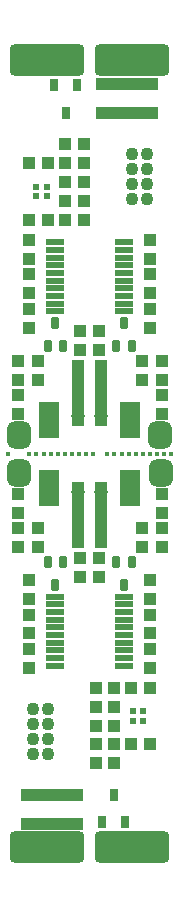
<source format=gts>
G04*
G04 #@! TF.GenerationSoftware,Altium Limited,Altium Designer,21.0.8 (223)*
G04*
G04 Layer_Color=8388736*
%FSLAX25Y25*%
%MOIN*%
G70*
G04*
G04 #@! TF.SameCoordinates,CAD52106-49C9-44A2-BFDE-3C1D9A0F27BC*
G04*
G04*
G04 #@! TF.FilePolarity,Negative*
G04*
G01*
G75*
%ADD14R,0.06102X0.02165*%
%ADD15R,0.06693X0.12205*%
%ADD16R,0.04331X0.22047*%
%ADD17R,0.03937X0.04134*%
%ADD18R,0.04134X0.03937*%
%ADD19R,0.02362X0.02362*%
%ADD20C,0.04331*%
%ADD21R,0.02756X0.04331*%
%ADD22R,0.20866X0.04331*%
G04:AMPARAMS|DCode=23|XSize=42.13mil|YSize=23.62mil|CornerRadius=4.43mil|HoleSize=0mil|Usage=FLASHONLY|Rotation=90.000|XOffset=0mil|YOffset=0mil|HoleType=Round|Shape=RoundedRectangle|*
%AMROUNDEDRECTD23*
21,1,0.04213,0.01476,0,0,90.0*
21,1,0.03327,0.02362,0,0,90.0*
1,1,0.00886,0.00738,0.01663*
1,1,0.00886,0.00738,-0.01663*
1,1,0.00886,-0.00738,-0.01663*
1,1,0.00886,-0.00738,0.01663*
%
%ADD23ROUNDEDRECTD23*%
G04:AMPARAMS|DCode=24|XSize=82.68mil|YSize=90.55mil|CornerRadius=25.59mil|HoleSize=0mil|Usage=FLASHONLY|Rotation=0.000|XOffset=0mil|YOffset=0mil|HoleType=Round|Shape=RoundedRectangle|*
%AMROUNDEDRECTD24*
21,1,0.08268,0.03937,0,0,0.0*
21,1,0.03150,0.09055,0,0,0.0*
1,1,0.05118,0.01575,-0.01968*
1,1,0.05118,-0.01575,-0.01968*
1,1,0.05118,-0.01575,0.01968*
1,1,0.05118,0.01575,0.01968*
%
%ADD24ROUNDEDRECTD24*%
G04:AMPARAMS|DCode=25|XSize=248.03mil|YSize=104.33mil|CornerRadius=14.52mil|HoleSize=0mil|Usage=FLASHONLY|Rotation=180.000|XOffset=0mil|YOffset=0mil|HoleType=Round|Shape=RoundedRectangle|*
%AMROUNDEDRECTD25*
21,1,0.24803,0.07530,0,0,180.0*
21,1,0.21900,0.10433,0,0,180.0*
1,1,0.02904,-0.10950,0.03765*
1,1,0.02904,0.10950,0.03765*
1,1,0.02904,0.10950,-0.03765*
1,1,0.02904,-0.10950,-0.03765*
%
%ADD25ROUNDEDRECTD25*%
%ADD26C,0.01575*%
%ADD27C,0.04724*%
D14*
X41043Y90256D02*
D03*
Y87697D02*
D03*
Y85138D02*
D03*
Y82579D02*
D03*
Y80020D02*
D03*
Y77461D02*
D03*
Y74902D02*
D03*
Y72342D02*
D03*
Y69784D02*
D03*
Y67224D02*
D03*
X18012D02*
D03*
Y69784D02*
D03*
Y72342D02*
D03*
Y74902D02*
D03*
Y77461D02*
D03*
Y80020D02*
D03*
Y82579D02*
D03*
Y85138D02*
D03*
Y87697D02*
D03*
Y90256D02*
D03*
X41043Y185335D02*
D03*
Y187894D02*
D03*
Y190453D02*
D03*
Y193012D02*
D03*
Y195571D02*
D03*
Y198130D02*
D03*
Y200689D02*
D03*
Y203248D02*
D03*
Y205807D02*
D03*
Y208366D02*
D03*
X18012D02*
D03*
Y205807D02*
D03*
Y203248D02*
D03*
Y200689D02*
D03*
Y198130D02*
D03*
Y195571D02*
D03*
Y193012D02*
D03*
Y190453D02*
D03*
Y187894D02*
D03*
Y185335D02*
D03*
D15*
X16142Y149213D02*
D03*
X42913D02*
D03*
X16142Y126378D02*
D03*
X42913D02*
D03*
D16*
X25628Y158113D02*
D03*
X33465Y158071D02*
D03*
X25591Y117520D02*
D03*
X33428Y117478D02*
D03*
D17*
X27559Y215748D02*
D03*
X21260D02*
D03*
Y234646D02*
D03*
X27559D02*
D03*
Y222047D02*
D03*
X21260D02*
D03*
X15748Y215748D02*
D03*
X9449D02*
D03*
X21260Y228346D02*
D03*
X27559D02*
D03*
X9449Y234646D02*
D03*
X15748D02*
D03*
X21260Y240945D02*
D03*
X27559D02*
D03*
X37795Y40945D02*
D03*
X31496D02*
D03*
X37795Y47244D02*
D03*
X31496D02*
D03*
Y53543D02*
D03*
X37795D02*
D03*
X43307Y59842D02*
D03*
X49606D02*
D03*
X37795Y34646D02*
D03*
X31496D02*
D03*
X49606Y40945D02*
D03*
X43307D02*
D03*
X37795Y59842D02*
D03*
X31496D02*
D03*
D18*
X9449Y202756D02*
D03*
Y209055D02*
D03*
Y186221D02*
D03*
Y179921D02*
D03*
X53543Y157480D02*
D03*
Y151181D02*
D03*
X49606Y209055D02*
D03*
Y202756D02*
D03*
X5512Y157480D02*
D03*
Y151181D02*
D03*
X49606Y191339D02*
D03*
Y197638D02*
D03*
X9449D02*
D03*
Y191339D02*
D03*
X53543Y168898D02*
D03*
Y162598D02*
D03*
X26378Y178740D02*
D03*
Y172441D02*
D03*
X32677Y178740D02*
D03*
Y172441D02*
D03*
X5512Y162598D02*
D03*
Y168898D02*
D03*
X46850Y162598D02*
D03*
Y168898D02*
D03*
X12205Y162598D02*
D03*
Y168898D02*
D03*
X49606Y179921D02*
D03*
Y186221D02*
D03*
Y77953D02*
D03*
Y84252D02*
D03*
Y89370D02*
D03*
Y95669D02*
D03*
X32677Y96850D02*
D03*
Y103150D02*
D03*
X26378Y96850D02*
D03*
Y103150D02*
D03*
X53543Y112992D02*
D03*
Y106693D02*
D03*
X12205Y112992D02*
D03*
Y106693D02*
D03*
X46850Y112992D02*
D03*
Y106693D02*
D03*
X5512D02*
D03*
Y112992D02*
D03*
X9449Y66535D02*
D03*
Y72835D02*
D03*
X5512Y118110D02*
D03*
Y124409D02*
D03*
X53543Y118110D02*
D03*
Y124409D02*
D03*
X9449Y95669D02*
D03*
Y89370D02*
D03*
Y84252D02*
D03*
Y77953D02*
D03*
X49606Y72835D02*
D03*
Y66535D02*
D03*
D19*
X11614Y223622D02*
D03*
X15157D02*
D03*
Y226772D02*
D03*
X11614D02*
D03*
X47441Y51968D02*
D03*
X43898D02*
D03*
Y48819D02*
D03*
X47441D02*
D03*
D20*
X43504Y222736D02*
D03*
Y227736D02*
D03*
Y232736D02*
D03*
Y237736D02*
D03*
X48504D02*
D03*
Y232736D02*
D03*
Y227736D02*
D03*
Y222736D02*
D03*
X15551Y52854D02*
D03*
Y47854D02*
D03*
Y42854D02*
D03*
Y37854D02*
D03*
X10551D02*
D03*
Y42854D02*
D03*
Y47854D02*
D03*
Y52854D02*
D03*
D21*
X25295Y260630D02*
D03*
X17815D02*
D03*
X21555Y251575D02*
D03*
X33760Y14961D02*
D03*
X41240D02*
D03*
X37500Y24016D02*
D03*
D22*
X42126Y251575D02*
D03*
Y261024D02*
D03*
X16929Y24016D02*
D03*
Y14567D02*
D03*
D23*
X43504Y173701D02*
D03*
X40945Y181417D02*
D03*
X38386Y173701D02*
D03*
X20669D02*
D03*
X18110Y181417D02*
D03*
X15551Y173701D02*
D03*
Y101890D02*
D03*
X18110Y94173D02*
D03*
X20669Y101890D02*
D03*
X38386D02*
D03*
X40945Y94173D02*
D03*
X43504Y101890D02*
D03*
D24*
X5869Y144053D02*
D03*
X53150Y144095D02*
D03*
X5906Y131496D02*
D03*
X53187Y131538D02*
D03*
D25*
X43701Y268976D02*
D03*
X15354Y268976D02*
D03*
X43701Y6614D02*
D03*
X15354Y6614D02*
D03*
D26*
X51968Y137795D02*
D03*
X47244D02*
D03*
X49606D02*
D03*
X54331D02*
D03*
X56693D02*
D03*
X44882D02*
D03*
X30709D02*
D03*
X25984D02*
D03*
X28346D02*
D03*
X35433D02*
D03*
X37795D02*
D03*
X40157D02*
D03*
X42520D02*
D03*
X23622D02*
D03*
X16535D02*
D03*
X18898D02*
D03*
X21260D02*
D03*
X9449D02*
D03*
X11811D02*
D03*
X14173D02*
D03*
X2362D02*
D03*
D27*
X33465Y150591D02*
D03*
X25591D02*
D03*
X33465Y125000D02*
D03*
X25591D02*
D03*
M02*

</source>
